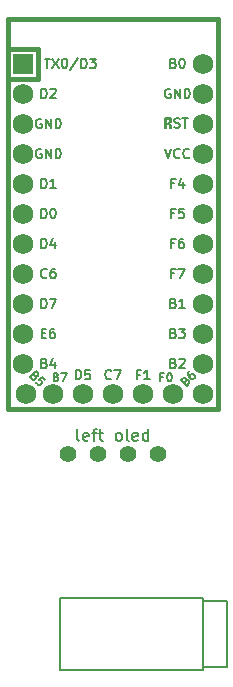
<source format=gbr>
%TF.GenerationSoftware,KiCad,Pcbnew,8.0.3*%
%TF.CreationDate,2024-07-02T22:23:14+01:00*%
%TF.ProjectId,simple_split,73696d70-6c65-45f7-9370-6c69742e6b69,v1.0.0*%
%TF.SameCoordinates,Original*%
%TF.FileFunction,Legend,Top*%
%TF.FilePolarity,Positive*%
%FSLAX46Y46*%
G04 Gerber Fmt 4.6, Leading zero omitted, Abs format (unit mm)*
G04 Created by KiCad (PCBNEW 8.0.3) date 2024-07-02 22:23:14*
%MOMM*%
%LPD*%
G01*
G04 APERTURE LIST*
%ADD10C,0.150000*%
%ADD11C,0.381000*%
%ADD12R,1.752600X1.752600*%
%ADD13C,1.752600*%
%ADD14C,1.397000*%
G04 APERTURE END LIST*
D10*
X174326619Y-104083247D02*
X174593285Y-104083247D01*
X174707571Y-104502295D02*
X174326619Y-104502295D01*
X174326619Y-104502295D02*
X174326619Y-103702295D01*
X174326619Y-103702295D02*
X174707571Y-103702295D01*
X175393286Y-103702295D02*
X175240905Y-103702295D01*
X175240905Y-103702295D02*
X175164714Y-103740390D01*
X175164714Y-103740390D02*
X175126619Y-103778485D01*
X175126619Y-103778485D02*
X175050429Y-103892771D01*
X175050429Y-103892771D02*
X175012333Y-104045152D01*
X175012333Y-104045152D02*
X175012333Y-104349914D01*
X175012333Y-104349914D02*
X175050429Y-104426104D01*
X175050429Y-104426104D02*
X175088524Y-104464200D01*
X175088524Y-104464200D02*
X175164714Y-104502295D01*
X175164714Y-104502295D02*
X175317095Y-104502295D01*
X175317095Y-104502295D02*
X175393286Y-104464200D01*
X175393286Y-104464200D02*
X175431381Y-104426104D01*
X175431381Y-104426104D02*
X175469476Y-104349914D01*
X175469476Y-104349914D02*
X175469476Y-104159438D01*
X175469476Y-104159438D02*
X175431381Y-104083247D01*
X175431381Y-104083247D02*
X175393286Y-104045152D01*
X175393286Y-104045152D02*
X175317095Y-104007057D01*
X175317095Y-104007057D02*
X175164714Y-104007057D01*
X175164714Y-104007057D02*
X175088524Y-104045152D01*
X175088524Y-104045152D02*
X175050429Y-104083247D01*
X175050429Y-104083247D02*
X175012333Y-104159438D01*
X185534333Y-93923247D02*
X185267667Y-93923247D01*
X185267667Y-94342295D02*
X185267667Y-93542295D01*
X185267667Y-93542295D02*
X185648619Y-93542295D01*
X186334333Y-93542295D02*
X185953381Y-93542295D01*
X185953381Y-93542295D02*
X185915285Y-93923247D01*
X185915285Y-93923247D02*
X185953381Y-93885152D01*
X185953381Y-93885152D02*
X186029571Y-93847057D01*
X186029571Y-93847057D02*
X186220047Y-93847057D01*
X186220047Y-93847057D02*
X186296238Y-93885152D01*
X186296238Y-93885152D02*
X186334333Y-93923247D01*
X186334333Y-93923247D02*
X186372428Y-93999438D01*
X186372428Y-93999438D02*
X186372428Y-94189914D01*
X186372428Y-94189914D02*
X186334333Y-94266104D01*
X186334333Y-94266104D02*
X186296238Y-94304200D01*
X186296238Y-94304200D02*
X186220047Y-94342295D01*
X186220047Y-94342295D02*
X186029571Y-94342295D01*
X186029571Y-94342295D02*
X185953381Y-94304200D01*
X185953381Y-94304200D02*
X185915285Y-94266104D01*
X174288524Y-84182295D02*
X174288524Y-83382295D01*
X174288524Y-83382295D02*
X174479000Y-83382295D01*
X174479000Y-83382295D02*
X174593286Y-83420390D01*
X174593286Y-83420390D02*
X174669476Y-83496580D01*
X174669476Y-83496580D02*
X174707571Y-83572771D01*
X174707571Y-83572771D02*
X174745667Y-83725152D01*
X174745667Y-83725152D02*
X174745667Y-83839438D01*
X174745667Y-83839438D02*
X174707571Y-83991819D01*
X174707571Y-83991819D02*
X174669476Y-84068009D01*
X174669476Y-84068009D02*
X174593286Y-84144200D01*
X174593286Y-84144200D02*
X174479000Y-84182295D01*
X174479000Y-84182295D02*
X174288524Y-84182295D01*
X175050428Y-83458485D02*
X175088524Y-83420390D01*
X175088524Y-83420390D02*
X175164714Y-83382295D01*
X175164714Y-83382295D02*
X175355190Y-83382295D01*
X175355190Y-83382295D02*
X175431381Y-83420390D01*
X175431381Y-83420390D02*
X175469476Y-83458485D01*
X175469476Y-83458485D02*
X175507571Y-83534676D01*
X175507571Y-83534676D02*
X175507571Y-83610866D01*
X175507571Y-83610866D02*
X175469476Y-83725152D01*
X175469476Y-83725152D02*
X175012333Y-84182295D01*
X175012333Y-84182295D02*
X175507571Y-84182295D01*
X184734333Y-88462295D02*
X185001000Y-89262295D01*
X185001000Y-89262295D02*
X185267666Y-88462295D01*
X185991476Y-89186104D02*
X185953380Y-89224200D01*
X185953380Y-89224200D02*
X185839095Y-89262295D01*
X185839095Y-89262295D02*
X185762904Y-89262295D01*
X185762904Y-89262295D02*
X185648618Y-89224200D01*
X185648618Y-89224200D02*
X185572428Y-89148009D01*
X185572428Y-89148009D02*
X185534333Y-89071819D01*
X185534333Y-89071819D02*
X185496237Y-88919438D01*
X185496237Y-88919438D02*
X185496237Y-88805152D01*
X185496237Y-88805152D02*
X185534333Y-88652771D01*
X185534333Y-88652771D02*
X185572428Y-88576580D01*
X185572428Y-88576580D02*
X185648618Y-88500390D01*
X185648618Y-88500390D02*
X185762904Y-88462295D01*
X185762904Y-88462295D02*
X185839095Y-88462295D01*
X185839095Y-88462295D02*
X185953380Y-88500390D01*
X185953380Y-88500390D02*
X185991476Y-88538485D01*
X186791476Y-89186104D02*
X186753380Y-89224200D01*
X186753380Y-89224200D02*
X186639095Y-89262295D01*
X186639095Y-89262295D02*
X186562904Y-89262295D01*
X186562904Y-89262295D02*
X186448618Y-89224200D01*
X186448618Y-89224200D02*
X186372428Y-89148009D01*
X186372428Y-89148009D02*
X186334333Y-89071819D01*
X186334333Y-89071819D02*
X186296237Y-88919438D01*
X186296237Y-88919438D02*
X186296237Y-88805152D01*
X186296237Y-88805152D02*
X186334333Y-88652771D01*
X186334333Y-88652771D02*
X186372428Y-88576580D01*
X186372428Y-88576580D02*
X186448618Y-88500390D01*
X186448618Y-88500390D02*
X186562904Y-88462295D01*
X186562904Y-88462295D02*
X186639095Y-88462295D01*
X186639095Y-88462295D02*
X186753380Y-88500390D01*
X186753380Y-88500390D02*
X186791476Y-88538485D01*
X186503850Y-108114543D02*
X186598131Y-108067403D01*
X186598131Y-108067403D02*
X186645271Y-108067403D01*
X186645271Y-108067403D02*
X186715982Y-108090973D01*
X186715982Y-108090973D02*
X186786692Y-108161683D01*
X186786692Y-108161683D02*
X186810263Y-108232394D01*
X186810263Y-108232394D02*
X186810263Y-108279535D01*
X186810263Y-108279535D02*
X186786692Y-108350245D01*
X186786692Y-108350245D02*
X186598131Y-108538807D01*
X186598131Y-108538807D02*
X186103156Y-108043832D01*
X186103156Y-108043832D02*
X186268147Y-107878841D01*
X186268147Y-107878841D02*
X186338858Y-107855271D01*
X186338858Y-107855271D02*
X186385999Y-107855271D01*
X186385999Y-107855271D02*
X186456709Y-107878841D01*
X186456709Y-107878841D02*
X186503850Y-107925981D01*
X186503850Y-107925981D02*
X186527420Y-107996692D01*
X186527420Y-107996692D02*
X186527420Y-108043832D01*
X186527420Y-108043832D02*
X186503850Y-108114543D01*
X186503850Y-108114543D02*
X186338858Y-108279535D01*
X186810263Y-107336726D02*
X186715982Y-107431006D01*
X186715982Y-107431006D02*
X186692411Y-107501717D01*
X186692411Y-107501717D02*
X186692411Y-107548858D01*
X186692411Y-107548858D02*
X186715982Y-107666709D01*
X186715982Y-107666709D02*
X186786692Y-107784560D01*
X186786692Y-107784560D02*
X186975254Y-107973122D01*
X186975254Y-107973122D02*
X187045965Y-107996692D01*
X187045965Y-107996692D02*
X187093105Y-107996692D01*
X187093105Y-107996692D02*
X187163816Y-107973122D01*
X187163816Y-107973122D02*
X187258097Y-107878841D01*
X187258097Y-107878841D02*
X187281667Y-107808130D01*
X187281667Y-107808130D02*
X187281667Y-107760990D01*
X187281667Y-107760990D02*
X187258097Y-107690279D01*
X187258097Y-107690279D02*
X187140246Y-107572428D01*
X187140246Y-107572428D02*
X187069535Y-107548858D01*
X187069535Y-107548858D02*
X187022395Y-107548858D01*
X187022395Y-107548858D02*
X186951684Y-107572428D01*
X186951684Y-107572428D02*
X186857403Y-107666709D01*
X186857403Y-107666709D02*
X186833833Y-107737419D01*
X186833833Y-107737419D02*
X186833833Y-107784560D01*
X186833833Y-107784560D02*
X186857403Y-107855271D01*
X174269476Y-88500390D02*
X174193286Y-88462295D01*
X174193286Y-88462295D02*
X174079000Y-88462295D01*
X174079000Y-88462295D02*
X173964714Y-88500390D01*
X173964714Y-88500390D02*
X173888524Y-88576580D01*
X173888524Y-88576580D02*
X173850429Y-88652771D01*
X173850429Y-88652771D02*
X173812333Y-88805152D01*
X173812333Y-88805152D02*
X173812333Y-88919438D01*
X173812333Y-88919438D02*
X173850429Y-89071819D01*
X173850429Y-89071819D02*
X173888524Y-89148009D01*
X173888524Y-89148009D02*
X173964714Y-89224200D01*
X173964714Y-89224200D02*
X174079000Y-89262295D01*
X174079000Y-89262295D02*
X174155191Y-89262295D01*
X174155191Y-89262295D02*
X174269476Y-89224200D01*
X174269476Y-89224200D02*
X174307572Y-89186104D01*
X174307572Y-89186104D02*
X174307572Y-88919438D01*
X174307572Y-88919438D02*
X174155191Y-88919438D01*
X174650429Y-89262295D02*
X174650429Y-88462295D01*
X174650429Y-88462295D02*
X175107572Y-89262295D01*
X175107572Y-89262295D02*
X175107572Y-88462295D01*
X175488524Y-89262295D02*
X175488524Y-88462295D01*
X175488524Y-88462295D02*
X175679000Y-88462295D01*
X175679000Y-88462295D02*
X175793286Y-88500390D01*
X175793286Y-88500390D02*
X175869476Y-88576580D01*
X175869476Y-88576580D02*
X175907571Y-88652771D01*
X175907571Y-88652771D02*
X175945667Y-88805152D01*
X175945667Y-88805152D02*
X175945667Y-88919438D01*
X175945667Y-88919438D02*
X175907571Y-89071819D01*
X175907571Y-89071819D02*
X175869476Y-89148009D01*
X175869476Y-89148009D02*
X175793286Y-89224200D01*
X175793286Y-89224200D02*
X175679000Y-89262295D01*
X175679000Y-89262295D02*
X175488524Y-89262295D01*
X174288524Y-91802295D02*
X174288524Y-91002295D01*
X174288524Y-91002295D02*
X174479000Y-91002295D01*
X174479000Y-91002295D02*
X174593286Y-91040390D01*
X174593286Y-91040390D02*
X174669476Y-91116580D01*
X174669476Y-91116580D02*
X174707571Y-91192771D01*
X174707571Y-91192771D02*
X174745667Y-91345152D01*
X174745667Y-91345152D02*
X174745667Y-91459438D01*
X174745667Y-91459438D02*
X174707571Y-91611819D01*
X174707571Y-91611819D02*
X174669476Y-91688009D01*
X174669476Y-91688009D02*
X174593286Y-91764200D01*
X174593286Y-91764200D02*
X174479000Y-91802295D01*
X174479000Y-91802295D02*
X174288524Y-91802295D01*
X175507571Y-91802295D02*
X175050428Y-91802295D01*
X175279000Y-91802295D02*
X175279000Y-91002295D01*
X175279000Y-91002295D02*
X175202809Y-91116580D01*
X175202809Y-91116580D02*
X175126619Y-91192771D01*
X175126619Y-91192771D02*
X175050428Y-91230866D01*
X174288524Y-101962295D02*
X174288524Y-101162295D01*
X174288524Y-101162295D02*
X174479000Y-101162295D01*
X174479000Y-101162295D02*
X174593286Y-101200390D01*
X174593286Y-101200390D02*
X174669476Y-101276580D01*
X174669476Y-101276580D02*
X174707571Y-101352771D01*
X174707571Y-101352771D02*
X174745667Y-101505152D01*
X174745667Y-101505152D02*
X174745667Y-101619438D01*
X174745667Y-101619438D02*
X174707571Y-101771819D01*
X174707571Y-101771819D02*
X174669476Y-101848009D01*
X174669476Y-101848009D02*
X174593286Y-101924200D01*
X174593286Y-101924200D02*
X174479000Y-101962295D01*
X174479000Y-101962295D02*
X174288524Y-101962295D01*
X175012333Y-101162295D02*
X175545667Y-101162295D01*
X175545667Y-101162295D02*
X175202809Y-101962295D01*
X174288524Y-94342295D02*
X174288524Y-93542295D01*
X174288524Y-93542295D02*
X174479000Y-93542295D01*
X174479000Y-93542295D02*
X174593286Y-93580390D01*
X174593286Y-93580390D02*
X174669476Y-93656580D01*
X174669476Y-93656580D02*
X174707571Y-93732771D01*
X174707571Y-93732771D02*
X174745667Y-93885152D01*
X174745667Y-93885152D02*
X174745667Y-93999438D01*
X174745667Y-93999438D02*
X174707571Y-94151819D01*
X174707571Y-94151819D02*
X174669476Y-94228009D01*
X174669476Y-94228009D02*
X174593286Y-94304200D01*
X174593286Y-94304200D02*
X174479000Y-94342295D01*
X174479000Y-94342295D02*
X174288524Y-94342295D01*
X175240905Y-93542295D02*
X175317095Y-93542295D01*
X175317095Y-93542295D02*
X175393286Y-93580390D01*
X175393286Y-93580390D02*
X175431381Y-93618485D01*
X175431381Y-93618485D02*
X175469476Y-93694676D01*
X175469476Y-93694676D02*
X175507571Y-93847057D01*
X175507571Y-93847057D02*
X175507571Y-94037533D01*
X175507571Y-94037533D02*
X175469476Y-94189914D01*
X175469476Y-94189914D02*
X175431381Y-94266104D01*
X175431381Y-94266104D02*
X175393286Y-94304200D01*
X175393286Y-94304200D02*
X175317095Y-94342295D01*
X175317095Y-94342295D02*
X175240905Y-94342295D01*
X175240905Y-94342295D02*
X175164714Y-94304200D01*
X175164714Y-94304200D02*
X175126619Y-94266104D01*
X175126619Y-94266104D02*
X175088524Y-94189914D01*
X175088524Y-94189914D02*
X175050428Y-94037533D01*
X175050428Y-94037533D02*
X175050428Y-93847057D01*
X175050428Y-93847057D02*
X175088524Y-93694676D01*
X175088524Y-93694676D02*
X175126619Y-93618485D01*
X175126619Y-93618485D02*
X175164714Y-93580390D01*
X175164714Y-93580390D02*
X175240905Y-93542295D01*
X174288524Y-96882295D02*
X174288524Y-96082295D01*
X174288524Y-96082295D02*
X174479000Y-96082295D01*
X174479000Y-96082295D02*
X174593286Y-96120390D01*
X174593286Y-96120390D02*
X174669476Y-96196580D01*
X174669476Y-96196580D02*
X174707571Y-96272771D01*
X174707571Y-96272771D02*
X174745667Y-96425152D01*
X174745667Y-96425152D02*
X174745667Y-96539438D01*
X174745667Y-96539438D02*
X174707571Y-96691819D01*
X174707571Y-96691819D02*
X174669476Y-96768009D01*
X174669476Y-96768009D02*
X174593286Y-96844200D01*
X174593286Y-96844200D02*
X174479000Y-96882295D01*
X174479000Y-96882295D02*
X174288524Y-96882295D01*
X175431381Y-96348961D02*
X175431381Y-96882295D01*
X175240905Y-96044200D02*
X175050428Y-96615628D01*
X175050428Y-96615628D02*
X175545667Y-96615628D01*
X174745667Y-99346104D02*
X174707571Y-99384200D01*
X174707571Y-99384200D02*
X174593286Y-99422295D01*
X174593286Y-99422295D02*
X174517095Y-99422295D01*
X174517095Y-99422295D02*
X174402809Y-99384200D01*
X174402809Y-99384200D02*
X174326619Y-99308009D01*
X174326619Y-99308009D02*
X174288524Y-99231819D01*
X174288524Y-99231819D02*
X174250428Y-99079438D01*
X174250428Y-99079438D02*
X174250428Y-98965152D01*
X174250428Y-98965152D02*
X174288524Y-98812771D01*
X174288524Y-98812771D02*
X174326619Y-98736580D01*
X174326619Y-98736580D02*
X174402809Y-98660390D01*
X174402809Y-98660390D02*
X174517095Y-98622295D01*
X174517095Y-98622295D02*
X174593286Y-98622295D01*
X174593286Y-98622295D02*
X174707571Y-98660390D01*
X174707571Y-98660390D02*
X174745667Y-98698485D01*
X175431381Y-98622295D02*
X175279000Y-98622295D01*
X175279000Y-98622295D02*
X175202809Y-98660390D01*
X175202809Y-98660390D02*
X175164714Y-98698485D01*
X175164714Y-98698485D02*
X175088524Y-98812771D01*
X175088524Y-98812771D02*
X175050428Y-98965152D01*
X175050428Y-98965152D02*
X175050428Y-99269914D01*
X175050428Y-99269914D02*
X175088524Y-99346104D01*
X175088524Y-99346104D02*
X175126619Y-99384200D01*
X175126619Y-99384200D02*
X175202809Y-99422295D01*
X175202809Y-99422295D02*
X175355190Y-99422295D01*
X175355190Y-99422295D02*
X175431381Y-99384200D01*
X175431381Y-99384200D02*
X175469476Y-99346104D01*
X175469476Y-99346104D02*
X175507571Y-99269914D01*
X175507571Y-99269914D02*
X175507571Y-99079438D01*
X175507571Y-99079438D02*
X175469476Y-99003247D01*
X175469476Y-99003247D02*
X175431381Y-98965152D01*
X175431381Y-98965152D02*
X175355190Y-98927057D01*
X175355190Y-98927057D02*
X175202809Y-98927057D01*
X175202809Y-98927057D02*
X175126619Y-98965152D01*
X175126619Y-98965152D02*
X175088524Y-99003247D01*
X175088524Y-99003247D02*
X175050428Y-99079438D01*
X184606667Y-107799366D02*
X184373333Y-107799366D01*
X184373333Y-108166033D02*
X184373333Y-107466033D01*
X184373333Y-107466033D02*
X184706667Y-107466033D01*
X185106667Y-107466033D02*
X185173333Y-107466033D01*
X185173333Y-107466033D02*
X185240000Y-107499366D01*
X185240000Y-107499366D02*
X185273333Y-107532700D01*
X185273333Y-107532700D02*
X185306667Y-107599366D01*
X185306667Y-107599366D02*
X185340000Y-107732700D01*
X185340000Y-107732700D02*
X185340000Y-107899366D01*
X185340000Y-107899366D02*
X185306667Y-108032700D01*
X185306667Y-108032700D02*
X185273333Y-108099366D01*
X185273333Y-108099366D02*
X185240000Y-108132700D01*
X185240000Y-108132700D02*
X185173333Y-108166033D01*
X185173333Y-108166033D02*
X185106667Y-108166033D01*
X185106667Y-108166033D02*
X185040000Y-108132700D01*
X185040000Y-108132700D02*
X185006667Y-108099366D01*
X185006667Y-108099366D02*
X184973333Y-108032700D01*
X184973333Y-108032700D02*
X184940000Y-107899366D01*
X184940000Y-107899366D02*
X184940000Y-107732700D01*
X184940000Y-107732700D02*
X184973333Y-107599366D01*
X184973333Y-107599366D02*
X185006667Y-107532700D01*
X185006667Y-107532700D02*
X185040000Y-107499366D01*
X185040000Y-107499366D02*
X185106667Y-107466033D01*
X185534333Y-91383247D02*
X185267667Y-91383247D01*
X185267667Y-91802295D02*
X185267667Y-91002295D01*
X185267667Y-91002295D02*
X185648619Y-91002295D01*
X186296238Y-91268961D02*
X186296238Y-91802295D01*
X186105762Y-90964200D02*
X185915285Y-91535628D01*
X185915285Y-91535628D02*
X186410524Y-91535628D01*
X185477190Y-106623247D02*
X185591476Y-106661342D01*
X185591476Y-106661342D02*
X185629571Y-106699438D01*
X185629571Y-106699438D02*
X185667667Y-106775628D01*
X185667667Y-106775628D02*
X185667667Y-106889914D01*
X185667667Y-106889914D02*
X185629571Y-106966104D01*
X185629571Y-106966104D02*
X185591476Y-107004200D01*
X185591476Y-107004200D02*
X185515286Y-107042295D01*
X185515286Y-107042295D02*
X185210524Y-107042295D01*
X185210524Y-107042295D02*
X185210524Y-106242295D01*
X185210524Y-106242295D02*
X185477190Y-106242295D01*
X185477190Y-106242295D02*
X185553381Y-106280390D01*
X185553381Y-106280390D02*
X185591476Y-106318485D01*
X185591476Y-106318485D02*
X185629571Y-106394676D01*
X185629571Y-106394676D02*
X185629571Y-106470866D01*
X185629571Y-106470866D02*
X185591476Y-106547057D01*
X185591476Y-106547057D02*
X185553381Y-106585152D01*
X185553381Y-106585152D02*
X185477190Y-106623247D01*
X185477190Y-106623247D02*
X185210524Y-106623247D01*
X185972428Y-106318485D02*
X186010524Y-106280390D01*
X186010524Y-106280390D02*
X186086714Y-106242295D01*
X186086714Y-106242295D02*
X186277190Y-106242295D01*
X186277190Y-106242295D02*
X186353381Y-106280390D01*
X186353381Y-106280390D02*
X186391476Y-106318485D01*
X186391476Y-106318485D02*
X186429571Y-106394676D01*
X186429571Y-106394676D02*
X186429571Y-106470866D01*
X186429571Y-106470866D02*
X186391476Y-106585152D01*
X186391476Y-106585152D02*
X185934333Y-107042295D01*
X185934333Y-107042295D02*
X186429571Y-107042295D01*
X185477190Y-101543247D02*
X185591476Y-101581342D01*
X185591476Y-101581342D02*
X185629571Y-101619438D01*
X185629571Y-101619438D02*
X185667667Y-101695628D01*
X185667667Y-101695628D02*
X185667667Y-101809914D01*
X185667667Y-101809914D02*
X185629571Y-101886104D01*
X185629571Y-101886104D02*
X185591476Y-101924200D01*
X185591476Y-101924200D02*
X185515286Y-101962295D01*
X185515286Y-101962295D02*
X185210524Y-101962295D01*
X185210524Y-101962295D02*
X185210524Y-101162295D01*
X185210524Y-101162295D02*
X185477190Y-101162295D01*
X185477190Y-101162295D02*
X185553381Y-101200390D01*
X185553381Y-101200390D02*
X185591476Y-101238485D01*
X185591476Y-101238485D02*
X185629571Y-101314676D01*
X185629571Y-101314676D02*
X185629571Y-101390866D01*
X185629571Y-101390866D02*
X185591476Y-101467057D01*
X185591476Y-101467057D02*
X185553381Y-101505152D01*
X185553381Y-101505152D02*
X185477190Y-101543247D01*
X185477190Y-101543247D02*
X185210524Y-101543247D01*
X186429571Y-101962295D02*
X185972428Y-101962295D01*
X186201000Y-101962295D02*
X186201000Y-101162295D01*
X186201000Y-101162295D02*
X186124809Y-101276580D01*
X186124809Y-101276580D02*
X186048619Y-101352771D01*
X186048619Y-101352771D02*
X185972428Y-101390866D01*
X174577651Y-80842295D02*
X175034794Y-80842295D01*
X174806222Y-81642295D02*
X174806222Y-80842295D01*
X175225270Y-80842295D02*
X175758604Y-81642295D01*
X175758604Y-80842295D02*
X175225270Y-81642295D01*
X176215747Y-80842295D02*
X176291937Y-80842295D01*
X176291937Y-80842295D02*
X176368128Y-80880390D01*
X176368128Y-80880390D02*
X176406223Y-80918485D01*
X176406223Y-80918485D02*
X176444318Y-80994676D01*
X176444318Y-80994676D02*
X176482413Y-81147057D01*
X176482413Y-81147057D02*
X176482413Y-81337533D01*
X176482413Y-81337533D02*
X176444318Y-81489914D01*
X176444318Y-81489914D02*
X176406223Y-81566104D01*
X176406223Y-81566104D02*
X176368128Y-81604200D01*
X176368128Y-81604200D02*
X176291937Y-81642295D01*
X176291937Y-81642295D02*
X176215747Y-81642295D01*
X176215747Y-81642295D02*
X176139556Y-81604200D01*
X176139556Y-81604200D02*
X176101461Y-81566104D01*
X176101461Y-81566104D02*
X176063366Y-81489914D01*
X176063366Y-81489914D02*
X176025270Y-81337533D01*
X176025270Y-81337533D02*
X176025270Y-81147057D01*
X176025270Y-81147057D02*
X176063366Y-80994676D01*
X176063366Y-80994676D02*
X176101461Y-80918485D01*
X176101461Y-80918485D02*
X176139556Y-80880390D01*
X176139556Y-80880390D02*
X176215747Y-80842295D01*
X177396699Y-80804200D02*
X176710985Y-81832771D01*
X177663366Y-81642295D02*
X177663366Y-80842295D01*
X177663366Y-80842295D02*
X177853842Y-80842295D01*
X177853842Y-80842295D02*
X177968128Y-80880390D01*
X177968128Y-80880390D02*
X178044318Y-80956580D01*
X178044318Y-80956580D02*
X178082413Y-81032771D01*
X178082413Y-81032771D02*
X178120509Y-81185152D01*
X178120509Y-81185152D02*
X178120509Y-81299438D01*
X178120509Y-81299438D02*
X178082413Y-81451819D01*
X178082413Y-81451819D02*
X178044318Y-81528009D01*
X178044318Y-81528009D02*
X177968128Y-81604200D01*
X177968128Y-81604200D02*
X177853842Y-81642295D01*
X177853842Y-81642295D02*
X177663366Y-81642295D01*
X178387175Y-80842295D02*
X178882413Y-80842295D01*
X178882413Y-80842295D02*
X178615747Y-81147057D01*
X178615747Y-81147057D02*
X178730032Y-81147057D01*
X178730032Y-81147057D02*
X178806223Y-81185152D01*
X178806223Y-81185152D02*
X178844318Y-81223247D01*
X178844318Y-81223247D02*
X178882413Y-81299438D01*
X178882413Y-81299438D02*
X178882413Y-81489914D01*
X178882413Y-81489914D02*
X178844318Y-81566104D01*
X178844318Y-81566104D02*
X178806223Y-81604200D01*
X178806223Y-81604200D02*
X178730032Y-81642295D01*
X178730032Y-81642295D02*
X178501461Y-81642295D01*
X178501461Y-81642295D02*
X178425270Y-81604200D01*
X178425270Y-81604200D02*
X178387175Y-81566104D01*
X185539786Y-86654200D02*
X185654072Y-86692295D01*
X185654072Y-86692295D02*
X185844548Y-86692295D01*
X185844548Y-86692295D02*
X185920739Y-86654200D01*
X185920739Y-86654200D02*
X185958834Y-86616104D01*
X185958834Y-86616104D02*
X185996929Y-86539914D01*
X185996929Y-86539914D02*
X185996929Y-86463723D01*
X185996929Y-86463723D02*
X185958834Y-86387533D01*
X185958834Y-86387533D02*
X185920739Y-86349438D01*
X185920739Y-86349438D02*
X185844548Y-86311342D01*
X185844548Y-86311342D02*
X185692167Y-86273247D01*
X185692167Y-86273247D02*
X185615977Y-86235152D01*
X185615977Y-86235152D02*
X185577882Y-86197057D01*
X185577882Y-86197057D02*
X185539786Y-86120866D01*
X185539786Y-86120866D02*
X185539786Y-86044676D01*
X185539786Y-86044676D02*
X185577882Y-85968485D01*
X185577882Y-85968485D02*
X185615977Y-85930390D01*
X185615977Y-85930390D02*
X185692167Y-85892295D01*
X185692167Y-85892295D02*
X185882644Y-85892295D01*
X185882644Y-85892295D02*
X185996929Y-85930390D01*
X186225501Y-85892295D02*
X186682644Y-85892295D01*
X186454072Y-86692295D02*
X186454072Y-85892295D01*
X177209524Y-108012295D02*
X177209524Y-107212295D01*
X177209524Y-107212295D02*
X177400000Y-107212295D01*
X177400000Y-107212295D02*
X177514286Y-107250390D01*
X177514286Y-107250390D02*
X177590476Y-107326580D01*
X177590476Y-107326580D02*
X177628571Y-107402771D01*
X177628571Y-107402771D02*
X177666667Y-107555152D01*
X177666667Y-107555152D02*
X177666667Y-107669438D01*
X177666667Y-107669438D02*
X177628571Y-107821819D01*
X177628571Y-107821819D02*
X177590476Y-107898009D01*
X177590476Y-107898009D02*
X177514286Y-107974200D01*
X177514286Y-107974200D02*
X177400000Y-108012295D01*
X177400000Y-108012295D02*
X177209524Y-108012295D01*
X178390476Y-107212295D02*
X178009524Y-107212295D01*
X178009524Y-107212295D02*
X177971428Y-107593247D01*
X177971428Y-107593247D02*
X178009524Y-107555152D01*
X178009524Y-107555152D02*
X178085714Y-107517057D01*
X178085714Y-107517057D02*
X178276190Y-107517057D01*
X178276190Y-107517057D02*
X178352381Y-107555152D01*
X178352381Y-107555152D02*
X178390476Y-107593247D01*
X178390476Y-107593247D02*
X178428571Y-107669438D01*
X178428571Y-107669438D02*
X178428571Y-107859914D01*
X178428571Y-107859914D02*
X178390476Y-107936104D01*
X178390476Y-107936104D02*
X178352381Y-107974200D01*
X178352381Y-107974200D02*
X178276190Y-108012295D01*
X178276190Y-108012295D02*
X178085714Y-108012295D01*
X178085714Y-108012295D02*
X178009524Y-107974200D01*
X178009524Y-107974200D02*
X177971428Y-107936104D01*
X185534333Y-99003247D02*
X185267667Y-99003247D01*
X185267667Y-99422295D02*
X185267667Y-98622295D01*
X185267667Y-98622295D02*
X185648619Y-98622295D01*
X185877190Y-98622295D02*
X186410524Y-98622295D01*
X186410524Y-98622295D02*
X186067666Y-99422295D01*
X174269476Y-85960390D02*
X174193286Y-85922295D01*
X174193286Y-85922295D02*
X174079000Y-85922295D01*
X174079000Y-85922295D02*
X173964714Y-85960390D01*
X173964714Y-85960390D02*
X173888524Y-86036580D01*
X173888524Y-86036580D02*
X173850429Y-86112771D01*
X173850429Y-86112771D02*
X173812333Y-86265152D01*
X173812333Y-86265152D02*
X173812333Y-86379438D01*
X173812333Y-86379438D02*
X173850429Y-86531819D01*
X173850429Y-86531819D02*
X173888524Y-86608009D01*
X173888524Y-86608009D02*
X173964714Y-86684200D01*
X173964714Y-86684200D02*
X174079000Y-86722295D01*
X174079000Y-86722295D02*
X174155191Y-86722295D01*
X174155191Y-86722295D02*
X174269476Y-86684200D01*
X174269476Y-86684200D02*
X174307572Y-86646104D01*
X174307572Y-86646104D02*
X174307572Y-86379438D01*
X174307572Y-86379438D02*
X174155191Y-86379438D01*
X174650429Y-86722295D02*
X174650429Y-85922295D01*
X174650429Y-85922295D02*
X175107572Y-86722295D01*
X175107572Y-86722295D02*
X175107572Y-85922295D01*
X175488524Y-86722295D02*
X175488524Y-85922295D01*
X175488524Y-85922295D02*
X175679000Y-85922295D01*
X175679000Y-85922295D02*
X175793286Y-85960390D01*
X175793286Y-85960390D02*
X175869476Y-86036580D01*
X175869476Y-86036580D02*
X175907571Y-86112771D01*
X175907571Y-86112771D02*
X175945667Y-86265152D01*
X175945667Y-86265152D02*
X175945667Y-86379438D01*
X175945667Y-86379438D02*
X175907571Y-86531819D01*
X175907571Y-86531819D02*
X175869476Y-86608009D01*
X175869476Y-86608009D02*
X175793286Y-86684200D01*
X175793286Y-86684200D02*
X175679000Y-86722295D01*
X175679000Y-86722295D02*
X175488524Y-86722295D01*
X185477190Y-81223247D02*
X185591476Y-81261342D01*
X185591476Y-81261342D02*
X185629571Y-81299438D01*
X185629571Y-81299438D02*
X185667667Y-81375628D01*
X185667667Y-81375628D02*
X185667667Y-81489914D01*
X185667667Y-81489914D02*
X185629571Y-81566104D01*
X185629571Y-81566104D02*
X185591476Y-81604200D01*
X185591476Y-81604200D02*
X185515286Y-81642295D01*
X185515286Y-81642295D02*
X185210524Y-81642295D01*
X185210524Y-81642295D02*
X185210524Y-80842295D01*
X185210524Y-80842295D02*
X185477190Y-80842295D01*
X185477190Y-80842295D02*
X185553381Y-80880390D01*
X185553381Y-80880390D02*
X185591476Y-80918485D01*
X185591476Y-80918485D02*
X185629571Y-80994676D01*
X185629571Y-80994676D02*
X185629571Y-81070866D01*
X185629571Y-81070866D02*
X185591476Y-81147057D01*
X185591476Y-81147057D02*
X185553381Y-81185152D01*
X185553381Y-81185152D02*
X185477190Y-81223247D01*
X185477190Y-81223247D02*
X185210524Y-81223247D01*
X186162905Y-80842295D02*
X186239095Y-80842295D01*
X186239095Y-80842295D02*
X186315286Y-80880390D01*
X186315286Y-80880390D02*
X186353381Y-80918485D01*
X186353381Y-80918485D02*
X186391476Y-80994676D01*
X186391476Y-80994676D02*
X186429571Y-81147057D01*
X186429571Y-81147057D02*
X186429571Y-81337533D01*
X186429571Y-81337533D02*
X186391476Y-81489914D01*
X186391476Y-81489914D02*
X186353381Y-81566104D01*
X186353381Y-81566104D02*
X186315286Y-81604200D01*
X186315286Y-81604200D02*
X186239095Y-81642295D01*
X186239095Y-81642295D02*
X186162905Y-81642295D01*
X186162905Y-81642295D02*
X186086714Y-81604200D01*
X186086714Y-81604200D02*
X186048619Y-81566104D01*
X186048619Y-81566104D02*
X186010524Y-81489914D01*
X186010524Y-81489914D02*
X185972428Y-81337533D01*
X185972428Y-81337533D02*
X185972428Y-81147057D01*
X185972428Y-81147057D02*
X186010524Y-80994676D01*
X186010524Y-80994676D02*
X186048619Y-80918485D01*
X186048619Y-80918485D02*
X186086714Y-80880390D01*
X186086714Y-80880390D02*
X186162905Y-80842295D01*
X180206667Y-107936104D02*
X180168571Y-107974200D01*
X180168571Y-107974200D02*
X180054286Y-108012295D01*
X180054286Y-108012295D02*
X179978095Y-108012295D01*
X179978095Y-108012295D02*
X179863809Y-107974200D01*
X179863809Y-107974200D02*
X179787619Y-107898009D01*
X179787619Y-107898009D02*
X179749524Y-107821819D01*
X179749524Y-107821819D02*
X179711428Y-107669438D01*
X179711428Y-107669438D02*
X179711428Y-107555152D01*
X179711428Y-107555152D02*
X179749524Y-107402771D01*
X179749524Y-107402771D02*
X179787619Y-107326580D01*
X179787619Y-107326580D02*
X179863809Y-107250390D01*
X179863809Y-107250390D02*
X179978095Y-107212295D01*
X179978095Y-107212295D02*
X180054286Y-107212295D01*
X180054286Y-107212295D02*
X180168571Y-107250390D01*
X180168571Y-107250390D02*
X180206667Y-107288485D01*
X180473333Y-107212295D02*
X181006667Y-107212295D01*
X181006667Y-107212295D02*
X180663809Y-108012295D01*
X185477190Y-104083247D02*
X185591476Y-104121342D01*
X185591476Y-104121342D02*
X185629571Y-104159438D01*
X185629571Y-104159438D02*
X185667667Y-104235628D01*
X185667667Y-104235628D02*
X185667667Y-104349914D01*
X185667667Y-104349914D02*
X185629571Y-104426104D01*
X185629571Y-104426104D02*
X185591476Y-104464200D01*
X185591476Y-104464200D02*
X185515286Y-104502295D01*
X185515286Y-104502295D02*
X185210524Y-104502295D01*
X185210524Y-104502295D02*
X185210524Y-103702295D01*
X185210524Y-103702295D02*
X185477190Y-103702295D01*
X185477190Y-103702295D02*
X185553381Y-103740390D01*
X185553381Y-103740390D02*
X185591476Y-103778485D01*
X185591476Y-103778485D02*
X185629571Y-103854676D01*
X185629571Y-103854676D02*
X185629571Y-103930866D01*
X185629571Y-103930866D02*
X185591476Y-104007057D01*
X185591476Y-104007057D02*
X185553381Y-104045152D01*
X185553381Y-104045152D02*
X185477190Y-104083247D01*
X185477190Y-104083247D02*
X185210524Y-104083247D01*
X185934333Y-103702295D02*
X186429571Y-103702295D01*
X186429571Y-103702295D02*
X186162905Y-104007057D01*
X186162905Y-104007057D02*
X186277190Y-104007057D01*
X186277190Y-104007057D02*
X186353381Y-104045152D01*
X186353381Y-104045152D02*
X186391476Y-104083247D01*
X186391476Y-104083247D02*
X186429571Y-104159438D01*
X186429571Y-104159438D02*
X186429571Y-104349914D01*
X186429571Y-104349914D02*
X186391476Y-104426104D01*
X186391476Y-104426104D02*
X186353381Y-104464200D01*
X186353381Y-104464200D02*
X186277190Y-104502295D01*
X186277190Y-104502295D02*
X186048619Y-104502295D01*
X186048619Y-104502295D02*
X185972428Y-104464200D01*
X185972428Y-104464200D02*
X185934333Y-104426104D01*
X175556667Y-107799366D02*
X175656667Y-107832700D01*
X175656667Y-107832700D02*
X175690000Y-107866033D01*
X175690000Y-107866033D02*
X175723333Y-107932700D01*
X175723333Y-107932700D02*
X175723333Y-108032700D01*
X175723333Y-108032700D02*
X175690000Y-108099366D01*
X175690000Y-108099366D02*
X175656667Y-108132700D01*
X175656667Y-108132700D02*
X175590000Y-108166033D01*
X175590000Y-108166033D02*
X175323333Y-108166033D01*
X175323333Y-108166033D02*
X175323333Y-107466033D01*
X175323333Y-107466033D02*
X175556667Y-107466033D01*
X175556667Y-107466033D02*
X175623333Y-107499366D01*
X175623333Y-107499366D02*
X175656667Y-107532700D01*
X175656667Y-107532700D02*
X175690000Y-107599366D01*
X175690000Y-107599366D02*
X175690000Y-107666033D01*
X175690000Y-107666033D02*
X175656667Y-107732700D01*
X175656667Y-107732700D02*
X175623333Y-107766033D01*
X175623333Y-107766033D02*
X175556667Y-107799366D01*
X175556667Y-107799366D02*
X175323333Y-107799366D01*
X175956667Y-107466033D02*
X176423333Y-107466033D01*
X176423333Y-107466033D02*
X176123333Y-108166033D01*
X173775456Y-107713850D02*
X173822596Y-107808131D01*
X173822596Y-107808131D02*
X173822596Y-107855271D01*
X173822596Y-107855271D02*
X173799026Y-107925982D01*
X173799026Y-107925982D02*
X173728316Y-107996692D01*
X173728316Y-107996692D02*
X173657605Y-108020263D01*
X173657605Y-108020263D02*
X173610464Y-108020263D01*
X173610464Y-108020263D02*
X173539754Y-107996692D01*
X173539754Y-107996692D02*
X173351192Y-107808131D01*
X173351192Y-107808131D02*
X173846167Y-107313156D01*
X173846167Y-107313156D02*
X174011158Y-107478147D01*
X174011158Y-107478147D02*
X174034728Y-107548858D01*
X174034728Y-107548858D02*
X174034728Y-107595999D01*
X174034728Y-107595999D02*
X174011158Y-107666709D01*
X174011158Y-107666709D02*
X173964018Y-107713850D01*
X173964018Y-107713850D02*
X173893307Y-107737420D01*
X173893307Y-107737420D02*
X173846167Y-107737420D01*
X173846167Y-107737420D02*
X173775456Y-107713850D01*
X173775456Y-107713850D02*
X173610464Y-107548858D01*
X174576844Y-108043833D02*
X174341141Y-107808131D01*
X174341141Y-107808131D02*
X174081869Y-108020263D01*
X174081869Y-108020263D02*
X174129009Y-108020263D01*
X174129009Y-108020263D02*
X174199720Y-108043833D01*
X174199720Y-108043833D02*
X174317571Y-108161684D01*
X174317571Y-108161684D02*
X174341141Y-108232395D01*
X174341141Y-108232395D02*
X174341141Y-108279535D01*
X174341141Y-108279535D02*
X174317571Y-108350246D01*
X174317571Y-108350246D02*
X174199720Y-108468097D01*
X174199720Y-108468097D02*
X174129009Y-108491667D01*
X174129009Y-108491667D02*
X174081869Y-108491667D01*
X174081869Y-108491667D02*
X174011158Y-108468097D01*
X174011158Y-108468097D02*
X173893307Y-108350246D01*
X173893307Y-108350246D02*
X173869737Y-108279535D01*
X173869737Y-108279535D02*
X173869737Y-108232395D01*
X185191476Y-83420390D02*
X185115286Y-83382295D01*
X185115286Y-83382295D02*
X185001000Y-83382295D01*
X185001000Y-83382295D02*
X184886714Y-83420390D01*
X184886714Y-83420390D02*
X184810524Y-83496580D01*
X184810524Y-83496580D02*
X184772429Y-83572771D01*
X184772429Y-83572771D02*
X184734333Y-83725152D01*
X184734333Y-83725152D02*
X184734333Y-83839438D01*
X184734333Y-83839438D02*
X184772429Y-83991819D01*
X184772429Y-83991819D02*
X184810524Y-84068009D01*
X184810524Y-84068009D02*
X184886714Y-84144200D01*
X184886714Y-84144200D02*
X185001000Y-84182295D01*
X185001000Y-84182295D02*
X185077191Y-84182295D01*
X185077191Y-84182295D02*
X185191476Y-84144200D01*
X185191476Y-84144200D02*
X185229572Y-84106104D01*
X185229572Y-84106104D02*
X185229572Y-83839438D01*
X185229572Y-83839438D02*
X185077191Y-83839438D01*
X185572429Y-84182295D02*
X185572429Y-83382295D01*
X185572429Y-83382295D02*
X186029572Y-84182295D01*
X186029572Y-84182295D02*
X186029572Y-83382295D01*
X186410524Y-84182295D02*
X186410524Y-83382295D01*
X186410524Y-83382295D02*
X186601000Y-83382295D01*
X186601000Y-83382295D02*
X186715286Y-83420390D01*
X186715286Y-83420390D02*
X186791476Y-83496580D01*
X186791476Y-83496580D02*
X186829571Y-83572771D01*
X186829571Y-83572771D02*
X186867667Y-83725152D01*
X186867667Y-83725152D02*
X186867667Y-83839438D01*
X186867667Y-83839438D02*
X186829571Y-83991819D01*
X186829571Y-83991819D02*
X186791476Y-84068009D01*
X186791476Y-84068009D02*
X186715286Y-84144200D01*
X186715286Y-84144200D02*
X186601000Y-84182295D01*
X186601000Y-84182295D02*
X186410524Y-84182295D01*
X182613333Y-107593247D02*
X182346667Y-107593247D01*
X182346667Y-108012295D02*
X182346667Y-107212295D01*
X182346667Y-107212295D02*
X182727619Y-107212295D01*
X183451428Y-108012295D02*
X182994285Y-108012295D01*
X183222857Y-108012295D02*
X183222857Y-107212295D01*
X183222857Y-107212295D02*
X183146666Y-107326580D01*
X183146666Y-107326580D02*
X183070476Y-107402771D01*
X183070476Y-107402771D02*
X182994285Y-107440866D01*
X185534333Y-96463247D02*
X185267667Y-96463247D01*
X185267667Y-96882295D02*
X185267667Y-96082295D01*
X185267667Y-96082295D02*
X185648619Y-96082295D01*
X186296238Y-96082295D02*
X186143857Y-96082295D01*
X186143857Y-96082295D02*
X186067666Y-96120390D01*
X186067666Y-96120390D02*
X186029571Y-96158485D01*
X186029571Y-96158485D02*
X185953381Y-96272771D01*
X185953381Y-96272771D02*
X185915285Y-96425152D01*
X185915285Y-96425152D02*
X185915285Y-96729914D01*
X185915285Y-96729914D02*
X185953381Y-96806104D01*
X185953381Y-96806104D02*
X185991476Y-96844200D01*
X185991476Y-96844200D02*
X186067666Y-96882295D01*
X186067666Y-96882295D02*
X186220047Y-96882295D01*
X186220047Y-96882295D02*
X186296238Y-96844200D01*
X186296238Y-96844200D02*
X186334333Y-96806104D01*
X186334333Y-96806104D02*
X186372428Y-96729914D01*
X186372428Y-96729914D02*
X186372428Y-96539438D01*
X186372428Y-96539438D02*
X186334333Y-96463247D01*
X186334333Y-96463247D02*
X186296238Y-96425152D01*
X186296238Y-96425152D02*
X186220047Y-96387057D01*
X186220047Y-96387057D02*
X186067666Y-96387057D01*
X186067666Y-96387057D02*
X185991476Y-96425152D01*
X185991476Y-96425152D02*
X185953381Y-96463247D01*
X185953381Y-96463247D02*
X185915285Y-96539438D01*
X174555190Y-106623247D02*
X174669476Y-106661342D01*
X174669476Y-106661342D02*
X174707571Y-106699438D01*
X174707571Y-106699438D02*
X174745667Y-106775628D01*
X174745667Y-106775628D02*
X174745667Y-106889914D01*
X174745667Y-106889914D02*
X174707571Y-106966104D01*
X174707571Y-106966104D02*
X174669476Y-107004200D01*
X174669476Y-107004200D02*
X174593286Y-107042295D01*
X174593286Y-107042295D02*
X174288524Y-107042295D01*
X174288524Y-107042295D02*
X174288524Y-106242295D01*
X174288524Y-106242295D02*
X174555190Y-106242295D01*
X174555190Y-106242295D02*
X174631381Y-106280390D01*
X174631381Y-106280390D02*
X174669476Y-106318485D01*
X174669476Y-106318485D02*
X174707571Y-106394676D01*
X174707571Y-106394676D02*
X174707571Y-106470866D01*
X174707571Y-106470866D02*
X174669476Y-106547057D01*
X174669476Y-106547057D02*
X174631381Y-106585152D01*
X174631381Y-106585152D02*
X174555190Y-106623247D01*
X174555190Y-106623247D02*
X174288524Y-106623247D01*
X175431381Y-106508961D02*
X175431381Y-107042295D01*
X175240905Y-106204200D02*
X175050428Y-106775628D01*
X175050428Y-106775628D02*
X175545667Y-106775628D01*
X177482856Y-113204819D02*
X177387618Y-113157200D01*
X177387618Y-113157200D02*
X177339999Y-113061961D01*
X177339999Y-113061961D02*
X177339999Y-112204819D01*
X178244761Y-113157200D02*
X178149523Y-113204819D01*
X178149523Y-113204819D02*
X177959047Y-113204819D01*
X177959047Y-113204819D02*
X177863809Y-113157200D01*
X177863809Y-113157200D02*
X177816190Y-113061961D01*
X177816190Y-113061961D02*
X177816190Y-112681009D01*
X177816190Y-112681009D02*
X177863809Y-112585771D01*
X177863809Y-112585771D02*
X177959047Y-112538152D01*
X177959047Y-112538152D02*
X178149523Y-112538152D01*
X178149523Y-112538152D02*
X178244761Y-112585771D01*
X178244761Y-112585771D02*
X178292380Y-112681009D01*
X178292380Y-112681009D02*
X178292380Y-112776247D01*
X178292380Y-112776247D02*
X177816190Y-112871485D01*
X178578095Y-112538152D02*
X178959047Y-112538152D01*
X178720952Y-113204819D02*
X178720952Y-112347676D01*
X178720952Y-112347676D02*
X178768571Y-112252438D01*
X178768571Y-112252438D02*
X178863809Y-112204819D01*
X178863809Y-112204819D02*
X178959047Y-112204819D01*
X179149524Y-112538152D02*
X179530476Y-112538152D01*
X179292381Y-112204819D02*
X179292381Y-113061961D01*
X179292381Y-113061961D02*
X179340000Y-113157200D01*
X179340000Y-113157200D02*
X179435238Y-113204819D01*
X179435238Y-113204819D02*
X179530476Y-113204819D01*
X180768572Y-113204819D02*
X180673334Y-113157200D01*
X180673334Y-113157200D02*
X180625715Y-113109580D01*
X180625715Y-113109580D02*
X180578096Y-113014342D01*
X180578096Y-113014342D02*
X180578096Y-112728628D01*
X180578096Y-112728628D02*
X180625715Y-112633390D01*
X180625715Y-112633390D02*
X180673334Y-112585771D01*
X180673334Y-112585771D02*
X180768572Y-112538152D01*
X180768572Y-112538152D02*
X180911429Y-112538152D01*
X180911429Y-112538152D02*
X181006667Y-112585771D01*
X181006667Y-112585771D02*
X181054286Y-112633390D01*
X181054286Y-112633390D02*
X181101905Y-112728628D01*
X181101905Y-112728628D02*
X181101905Y-113014342D01*
X181101905Y-113014342D02*
X181054286Y-113109580D01*
X181054286Y-113109580D02*
X181006667Y-113157200D01*
X181006667Y-113157200D02*
X180911429Y-113204819D01*
X180911429Y-113204819D02*
X180768572Y-113204819D01*
X181673334Y-113204819D02*
X181578096Y-113157200D01*
X181578096Y-113157200D02*
X181530477Y-113061961D01*
X181530477Y-113061961D02*
X181530477Y-112204819D01*
X182435239Y-113157200D02*
X182340001Y-113204819D01*
X182340001Y-113204819D02*
X182149525Y-113204819D01*
X182149525Y-113204819D02*
X182054287Y-113157200D01*
X182054287Y-113157200D02*
X182006668Y-113061961D01*
X182006668Y-113061961D02*
X182006668Y-112681009D01*
X182006668Y-112681009D02*
X182054287Y-112585771D01*
X182054287Y-112585771D02*
X182149525Y-112538152D01*
X182149525Y-112538152D02*
X182340001Y-112538152D01*
X182340001Y-112538152D02*
X182435239Y-112585771D01*
X182435239Y-112585771D02*
X182482858Y-112681009D01*
X182482858Y-112681009D02*
X182482858Y-112776247D01*
X182482858Y-112776247D02*
X182006668Y-112871485D01*
X183340001Y-113204819D02*
X183340001Y-112204819D01*
X183340001Y-113157200D02*
X183244763Y-113204819D01*
X183244763Y-113204819D02*
X183054287Y-113204819D01*
X183054287Y-113204819D02*
X182959049Y-113157200D01*
X182959049Y-113157200D02*
X182911430Y-113109580D01*
X182911430Y-113109580D02*
X182863811Y-113014342D01*
X182863811Y-113014342D02*
X182863811Y-112728628D01*
X182863811Y-112728628D02*
X182911430Y-112633390D01*
X182911430Y-112633390D02*
X182959049Y-112585771D01*
X182959049Y-112585771D02*
X183054287Y-112538152D01*
X183054287Y-112538152D02*
X183244763Y-112538152D01*
X183244763Y-112538152D02*
X183340001Y-112585771D01*
D11*
%TO.C,U2*%
X171450000Y-77470000D02*
X171450000Y-80010000D01*
X171450000Y-80010000D02*
X171450000Y-110490000D01*
X171450000Y-110490000D02*
X189230000Y-110490000D01*
X173990000Y-80010000D02*
X171450000Y-80010000D01*
X173990000Y-80010000D02*
X173990000Y-82550000D01*
X173990000Y-82550000D02*
X171450000Y-82550000D01*
X189230000Y-77470000D02*
X171450000Y-77470000D01*
X189230000Y-80010000D02*
X189230000Y-77470000D01*
X189230000Y-110490000D02*
X189230000Y-80010000D01*
D10*
X184871568Y-86689360D02*
X184771568Y-86689360D01*
X184771568Y-85889360D01*
X184871568Y-85889360D01*
X184871568Y-86689360D01*
G36*
X184871568Y-86689360D02*
G01*
X184771568Y-86689360D01*
X184771568Y-85889360D01*
X184871568Y-85889360D01*
X184871568Y-86689360D01*
G37*
X185071568Y-86389360D02*
X184971568Y-86389360D01*
X184971568Y-86289360D01*
X185071568Y-86289360D01*
X185071568Y-86389360D01*
G36*
X185071568Y-86389360D02*
G01*
X184971568Y-86389360D01*
X184971568Y-86289360D01*
X185071568Y-86289360D01*
X185071568Y-86389360D01*
G37*
X185271568Y-85989360D02*
X184771568Y-85989360D01*
X184771568Y-85889360D01*
X185271568Y-85889360D01*
X185271568Y-85989360D01*
G36*
X185271568Y-85989360D02*
G01*
X184771568Y-85989360D01*
X184771568Y-85889360D01*
X185271568Y-85889360D01*
X185271568Y-85989360D01*
G37*
X185271568Y-86189360D02*
X185171568Y-86189360D01*
X185171568Y-85889360D01*
X185271568Y-85889360D01*
X185271568Y-86189360D01*
G36*
X185271568Y-86189360D02*
G01*
X185171568Y-86189360D01*
X185171568Y-85889360D01*
X185271568Y-85889360D01*
X185271568Y-86189360D01*
G37*
X185271568Y-86689360D02*
X185171568Y-86689360D01*
X185171568Y-86489360D01*
X185271568Y-86489360D01*
X185271568Y-86689360D01*
G36*
X185271568Y-86689360D02*
G01*
X185171568Y-86689360D01*
X185171568Y-86489360D01*
X185271568Y-86489360D01*
X185271568Y-86689360D01*
G37*
%TO.C,J2*%
X175892500Y-132590000D02*
X175892500Y-126490000D01*
X187992500Y-126490000D02*
X175892500Y-126490000D01*
X187992500Y-126740000D02*
X189992500Y-126740000D01*
X187992500Y-132340000D02*
X189992500Y-132340000D01*
X187992500Y-132590000D02*
X175892500Y-132590000D01*
X187992500Y-132590000D02*
X187992500Y-126490000D01*
X189992500Y-132340000D02*
X189992500Y-126740000D01*
%TD*%
D12*
%TO.C,U2*%
X172720000Y-81280000D03*
D13*
X172720000Y-83820000D03*
X172720000Y-86360000D03*
X172720000Y-88900000D03*
X172720000Y-91440000D03*
X172720000Y-93980000D03*
X172720000Y-96520000D03*
X172720000Y-99060000D03*
X172720000Y-101600000D03*
X172720000Y-104140000D03*
X172720000Y-106680000D03*
X172948600Y-109220000D03*
X187960000Y-109220000D03*
X187960000Y-106680000D03*
X187960000Y-104140000D03*
X187960000Y-101600000D03*
X187960000Y-99060000D03*
X187960000Y-96520000D03*
X187960000Y-93980000D03*
X187960000Y-91440000D03*
X187960000Y-88900000D03*
X187960000Y-86360000D03*
X187960000Y-83820000D03*
X187960000Y-81280000D03*
X175260000Y-109220000D03*
X177800000Y-109220000D03*
X180340000Y-109220000D03*
X182880000Y-109220000D03*
X185420000Y-109220000D03*
%TD*%
D14*
%TO.C,OL1*%
X176530000Y-114300000D03*
X179070000Y-114300000D03*
X181610000Y-114300000D03*
X184150000Y-114300000D03*
%TD*%
M02*

</source>
